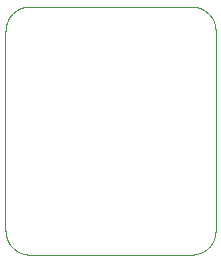
<source format=gbr>
%TF.GenerationSoftware,KiCad,Pcbnew,9.0.7*%
%TF.CreationDate,2026-01-30T21:13:48-06:00*%
%TF.ProjectId,HACK PAD!,4841434b-2050-4414-9421-2e6b69636164,rev?*%
%TF.SameCoordinates,Original*%
%TF.FileFunction,AssemblyDrawing,Bot*%
%FSLAX46Y46*%
G04 Gerber Fmt 4.6, Leading zero omitted, Abs format (unit mm)*
G04 Created by KiCad (PCBNEW 9.0.7) date 2026-01-30 21:13:48*
%MOMM*%
%LPD*%
G01*
G04 APERTURE LIST*
%ADD10C,0.025400*%
G04 APERTURE END LIST*
D10*
%TO.C,U1*%
X48250000Y-46255051D02*
X48250000Y-29319094D01*
X48260000Y-29319094D02*
X48260508Y-29270071D01*
X48260508Y-29270071D02*
X48262287Y-29220795D01*
X48260508Y-46304074D02*
X48260000Y-46255051D01*
X48262287Y-29220795D02*
X48265335Y-29172027D01*
X48262287Y-46353350D02*
X48260508Y-46304074D01*
X48265335Y-29172027D02*
X48269399Y-29123006D01*
X48265335Y-46402118D02*
X48262287Y-46353350D01*
X48269399Y-29123006D02*
X48274732Y-29074238D01*
X48269399Y-46451139D02*
X48265335Y-46402118D01*
X48274732Y-29074238D02*
X48281336Y-29025470D01*
X48274732Y-46499907D02*
X48269399Y-46451139D01*
X48281336Y-29025470D02*
X48288956Y-28976955D01*
X48281336Y-46548675D02*
X48274732Y-46499907D01*
X48288956Y-28976955D02*
X48297847Y-28928695D01*
X48288956Y-46597190D02*
X48281336Y-46548675D01*
X48297847Y-28928695D02*
X48307752Y-28880690D01*
X48297847Y-46645450D02*
X48288956Y-46597190D01*
X48307752Y-28880690D02*
X48318928Y-28832683D01*
X48307752Y-46693455D02*
X48297847Y-46645450D01*
X48318928Y-28832683D02*
X48331375Y-28785186D01*
X48318928Y-46741462D02*
X48307752Y-46693455D01*
X48331375Y-28785186D02*
X48344836Y-28737942D01*
X48331375Y-46788959D02*
X48318928Y-46741462D01*
X48344836Y-28737942D02*
X48359568Y-28691206D01*
X48344836Y-46836203D02*
X48331375Y-46788959D01*
X48359568Y-28691206D02*
X48375316Y-28644723D01*
X48359568Y-46882939D02*
X48344836Y-46836203D01*
X48375316Y-28644723D02*
X48392080Y-28598495D01*
X48375316Y-46929422D02*
X48359568Y-46882939D01*
X48392080Y-28598495D02*
X48410115Y-28552775D01*
X48392080Y-46975650D02*
X48375316Y-46929422D01*
X48410115Y-28552775D02*
X48429164Y-28507563D01*
X48410115Y-47021370D02*
X48392080Y-46975650D01*
X48429164Y-28507563D02*
X48449231Y-28462859D01*
X48429164Y-47066582D02*
X48410115Y-47021370D01*
X48449231Y-28462859D02*
X48470567Y-28418410D01*
X48449231Y-47111286D02*
X48429164Y-47066582D01*
X48470567Y-28418410D02*
X48492664Y-28374722D01*
X48470567Y-47155735D02*
X48449231Y-47111286D01*
X48492664Y-28374722D02*
X48516032Y-28331542D01*
X48492664Y-47199423D02*
X48470567Y-47155735D01*
X48516032Y-28331542D02*
X48540416Y-28288870D01*
X48516032Y-47242603D02*
X48492664Y-47199423D01*
X48540416Y-28288870D02*
X48565816Y-28246959D01*
X48540416Y-47285275D02*
X48516032Y-47242603D01*
X48565816Y-28246959D02*
X48592232Y-28205558D01*
X48565816Y-47327186D02*
X48540416Y-47285275D01*
X48592232Y-28205558D02*
X48619664Y-28164663D01*
X48592232Y-47368587D02*
X48565816Y-47327186D01*
X48619664Y-28164663D02*
X48648112Y-28124786D01*
X48619664Y-47409482D02*
X48592232Y-47368587D01*
X48648112Y-28124786D02*
X48677323Y-28085415D01*
X48648112Y-47449359D02*
X48619664Y-47409482D01*
X48677323Y-28085415D02*
X48707803Y-28046807D01*
X48677323Y-47488730D02*
X48648112Y-47449359D01*
X48707803Y-28046807D02*
X48738791Y-28008707D01*
X48707803Y-47527338D02*
X48677323Y-47488730D01*
X48738791Y-28008707D02*
X48771048Y-27971623D01*
X48738791Y-47565438D02*
X48707803Y-47527338D01*
X48771048Y-27971623D02*
X48804068Y-27935302D01*
X48771048Y-47602522D02*
X48738791Y-47565438D01*
X48804068Y-27935302D02*
X48837851Y-27899742D01*
X48804068Y-47638843D02*
X48771048Y-47602522D01*
X48837851Y-27899742D02*
X48872648Y-27864943D01*
X48837851Y-47674403D02*
X48804068Y-47638843D01*
X48872648Y-27864943D02*
X48908208Y-27831162D01*
X48872648Y-47709202D02*
X48837851Y-47674403D01*
X48908208Y-27831162D02*
X48944531Y-27798142D01*
X48908208Y-47742983D02*
X48872648Y-47709202D01*
X48944531Y-27798142D02*
X48981615Y-27765883D01*
X48944531Y-47776003D02*
X48908208Y-47742983D01*
X48981615Y-27765883D02*
X49019715Y-27734895D01*
X48981615Y-47808262D02*
X48944531Y-47776003D01*
X49019715Y-27734895D02*
X49058323Y-27704415D01*
X49019715Y-47839250D02*
X48981615Y-47808262D01*
X49058323Y-27704415D02*
X49097692Y-27675206D01*
X49058323Y-47869730D02*
X49019715Y-47839250D01*
X49097692Y-27675206D02*
X49137571Y-27646758D01*
X49097692Y-47898939D02*
X49058323Y-47869730D01*
X49137571Y-27646758D02*
X49178464Y-27619326D01*
X49137571Y-47927387D02*
X49097692Y-47898939D01*
X49178464Y-27619326D02*
X49219867Y-27592910D01*
X49178464Y-47954819D02*
X49137571Y-47927387D01*
X49219867Y-27592910D02*
X49261776Y-27567510D01*
X49219867Y-47981235D02*
X49178464Y-47954819D01*
X49261776Y-27567510D02*
X49304448Y-27543126D01*
X49261776Y-48006635D02*
X49219867Y-47981235D01*
X49304448Y-27543126D02*
X49347628Y-27519758D01*
X49304448Y-48031019D02*
X49261776Y-48006635D01*
X49347628Y-27519758D02*
X49391316Y-27497659D01*
X49347628Y-48054387D02*
X49304448Y-48031019D01*
X49391316Y-27497659D02*
X49435767Y-27476323D01*
X49391316Y-48076486D02*
X49347628Y-48054387D01*
X49435767Y-27476323D02*
X49480471Y-27456258D01*
X49435767Y-48097822D02*
X49391316Y-48076486D01*
X49480471Y-27456258D02*
X49525683Y-27437207D01*
X49480471Y-48117887D02*
X49435767Y-48097822D01*
X49525683Y-27437207D02*
X49571403Y-27419174D01*
X49525683Y-48136938D02*
X49480471Y-48117887D01*
X49571403Y-27419174D02*
X49617631Y-27402410D01*
X49571403Y-48154971D02*
X49525683Y-48136938D01*
X49617631Y-27402410D02*
X49664112Y-27386662D01*
X49617631Y-48171735D02*
X49571403Y-48154971D01*
X49664112Y-27386662D02*
X49710848Y-27371930D01*
X49664112Y-48187483D02*
X49617631Y-48171735D01*
X49710848Y-27371930D02*
X49758092Y-27358467D01*
X49710848Y-48202215D02*
X49664112Y-48187483D01*
X49758092Y-27358467D02*
X49805591Y-27346022D01*
X49758092Y-48215678D02*
X49710848Y-48202215D01*
X49805591Y-27346022D02*
X49853596Y-27334846D01*
X49805591Y-48228123D02*
X49758092Y-48215678D01*
X49853596Y-27334846D02*
X49901603Y-27324939D01*
X49853596Y-48239299D02*
X49805591Y-48228123D01*
X49901603Y-27324939D02*
X49949863Y-27316050D01*
X49901603Y-48249206D02*
X49853596Y-48239299D01*
X49949863Y-27316050D02*
X49998376Y-27308430D01*
X49949863Y-48258095D02*
X49901603Y-48249206D01*
X49998376Y-27308430D02*
X50047144Y-27301826D01*
X49998376Y-48265715D02*
X49949863Y-48258095D01*
X50047144Y-27301826D02*
X50095912Y-27296491D01*
X50047144Y-48272319D02*
X49998376Y-48265715D01*
X50095912Y-27296491D02*
X50144935Y-27292427D01*
X50095912Y-48277654D02*
X50047144Y-48272319D01*
X50144935Y-27292427D02*
X50193703Y-27289379D01*
X50144935Y-48281718D02*
X50095912Y-48277654D01*
X50193703Y-27289379D02*
X50242979Y-27287602D01*
X50193703Y-48284766D02*
X50144935Y-48281718D01*
X50242979Y-27287602D02*
X50292000Y-27287094D01*
X50242979Y-48286543D02*
X50193703Y-48284766D01*
X50292000Y-27287094D02*
X64008000Y-27287094D01*
X50292000Y-48287051D02*
X50242979Y-48286543D01*
X64008000Y-27287094D02*
X64057023Y-27287602D01*
X64008000Y-48287051D02*
X50292000Y-48287051D01*
X64057023Y-27287602D02*
X64106299Y-27289379D01*
X64057023Y-48286543D02*
X64008000Y-48287051D01*
X64106299Y-27289379D02*
X64155067Y-27292427D01*
X64106299Y-48284766D02*
X64057023Y-48286543D01*
X64155067Y-27292427D02*
X64204088Y-27296491D01*
X64155067Y-48281718D02*
X64106299Y-48284766D01*
X64204088Y-27296491D02*
X64252856Y-27301826D01*
X64204088Y-48277654D02*
X64155067Y-48281718D01*
X64252856Y-27301826D02*
X64301624Y-27308430D01*
X64252856Y-48272319D02*
X64204088Y-48277654D01*
X64301624Y-27308430D02*
X64350139Y-27316050D01*
X64301624Y-48265715D02*
X64252856Y-48272319D01*
X64350139Y-27316050D02*
X64398399Y-27324939D01*
X64350139Y-48258095D02*
X64301624Y-48265715D01*
X64398399Y-27324939D02*
X64446404Y-27334846D01*
X64398399Y-48249206D02*
X64350139Y-48258095D01*
X64446404Y-27334846D02*
X64494411Y-27346022D01*
X64446404Y-48239299D02*
X64398399Y-48249206D01*
X64494411Y-27346022D02*
X64541908Y-27358467D01*
X64494411Y-48228123D02*
X64446404Y-48239299D01*
X64541908Y-27358467D02*
X64589152Y-27371930D01*
X64541908Y-48215678D02*
X64494411Y-48228123D01*
X64589152Y-27371930D02*
X64635888Y-27386662D01*
X64589152Y-48202215D02*
X64541908Y-48215678D01*
X64635888Y-27386662D02*
X64682371Y-27402410D01*
X64635888Y-48187483D02*
X64589152Y-48202215D01*
X64682371Y-27402410D02*
X64728599Y-27419174D01*
X64682371Y-48171735D02*
X64635888Y-48187483D01*
X64728599Y-27419174D02*
X64774319Y-27437207D01*
X64728599Y-48154971D02*
X64682371Y-48171735D01*
X64774319Y-27437207D02*
X64819531Y-27456258D01*
X64774319Y-48136938D02*
X64728599Y-48154971D01*
X64819531Y-27456258D02*
X64864235Y-27476323D01*
X64819531Y-48117887D02*
X64774319Y-48136938D01*
X64864235Y-27476323D02*
X64908684Y-27497659D01*
X64864235Y-48097822D02*
X64819531Y-48117887D01*
X64908684Y-27497659D02*
X64952372Y-27519758D01*
X64908684Y-48076486D02*
X64864235Y-48097822D01*
X64952372Y-27519758D02*
X64995552Y-27543126D01*
X64952372Y-48054387D02*
X64908684Y-48076486D01*
X64995552Y-27543126D02*
X65038224Y-27567510D01*
X64995552Y-48031019D02*
X64952372Y-48054387D01*
X65038224Y-27567510D02*
X65080135Y-27592910D01*
X65038224Y-48006635D02*
X64995552Y-48031019D01*
X65080135Y-27592910D02*
X65121536Y-27619326D01*
X65080135Y-47981235D02*
X65038224Y-48006635D01*
X65121536Y-27619326D02*
X65162431Y-27646758D01*
X65121536Y-47954819D02*
X65080135Y-47981235D01*
X65162431Y-27646758D02*
X65202308Y-27675206D01*
X65162431Y-47927387D02*
X65121536Y-47954819D01*
X65202308Y-27675206D02*
X65241679Y-27704415D01*
X65202308Y-47898939D02*
X65162431Y-47927387D01*
X65241679Y-27704415D02*
X65280287Y-27734895D01*
X65241679Y-47869730D02*
X65202308Y-47898939D01*
X65280287Y-27734895D02*
X65318387Y-27765883D01*
X65280287Y-47839250D02*
X65241679Y-47869730D01*
X65318387Y-27765883D02*
X65355471Y-27798142D01*
X65318387Y-47808262D02*
X65280287Y-47839250D01*
X65355471Y-27798142D02*
X65391792Y-27831162D01*
X65355471Y-47776003D02*
X65318387Y-47808262D01*
X65391792Y-27831162D02*
X65427352Y-27864943D01*
X65391792Y-47742983D02*
X65355471Y-47776003D01*
X65427352Y-27864943D02*
X65462151Y-27899742D01*
X65427352Y-47709202D02*
X65391792Y-47742983D01*
X65462151Y-27899742D02*
X65495932Y-27935302D01*
X65462151Y-47674403D02*
X65427352Y-47709202D01*
X65495932Y-27935302D02*
X65528952Y-27971623D01*
X65495932Y-47638843D02*
X65462151Y-47674403D01*
X65528952Y-27971623D02*
X65561211Y-28008707D01*
X65528952Y-47602522D02*
X65495932Y-47638843D01*
X65561211Y-28008707D02*
X65592199Y-28046807D01*
X65561211Y-47565438D02*
X65528952Y-47602522D01*
X65592199Y-28046807D02*
X65622679Y-28085415D01*
X65592199Y-47527338D02*
X65561211Y-47565438D01*
X65622679Y-28085415D02*
X65651888Y-28124786D01*
X65622679Y-47488730D02*
X65592199Y-47527338D01*
X65651888Y-28124786D02*
X65680336Y-28164663D01*
X65651888Y-47449359D02*
X65622679Y-47488730D01*
X65680336Y-28164663D02*
X65707768Y-28205558D01*
X65680336Y-47409482D02*
X65651888Y-47449359D01*
X65707768Y-28205558D02*
X65734184Y-28246959D01*
X65707768Y-47368587D02*
X65680336Y-47409482D01*
X65734184Y-28246959D02*
X65759584Y-28288870D01*
X65734184Y-47327186D02*
X65707768Y-47368587D01*
X65759584Y-28288870D02*
X65783968Y-28331542D01*
X65759584Y-47285275D02*
X65734184Y-47327186D01*
X65783968Y-28331542D02*
X65807336Y-28374722D01*
X65783968Y-47242603D02*
X65759584Y-47285275D01*
X65807336Y-28374722D02*
X65829435Y-28418410D01*
X65807336Y-47199423D02*
X65783968Y-47242603D01*
X65829435Y-28418410D02*
X65850771Y-28462859D01*
X65829435Y-47155735D02*
X65807336Y-47199423D01*
X65850771Y-28462859D02*
X65870836Y-28507563D01*
X65850771Y-47111286D02*
X65829435Y-47155735D01*
X65870836Y-28507563D02*
X65889887Y-28552775D01*
X65870836Y-47066582D02*
X65850771Y-47111286D01*
X65889887Y-28552775D02*
X65907920Y-28598495D01*
X65889887Y-47021370D02*
X65870836Y-47066582D01*
X65907920Y-28598495D02*
X65924684Y-28644723D01*
X65907920Y-46975650D02*
X65889887Y-47021370D01*
X65924684Y-28644723D02*
X65940432Y-28691206D01*
X65924684Y-46929422D02*
X65907920Y-46975650D01*
X65940432Y-28691206D02*
X65955164Y-28737942D01*
X65940432Y-46882939D02*
X65924684Y-46929422D01*
X65955164Y-28737942D02*
X65968627Y-28785186D01*
X65955164Y-46836203D02*
X65940432Y-46882939D01*
X65968627Y-28785186D02*
X65981072Y-28832683D01*
X65968627Y-46788959D02*
X65955164Y-46836203D01*
X65981072Y-28832683D02*
X65992248Y-28880690D01*
X65981072Y-46741462D02*
X65968627Y-46788959D01*
X65992248Y-28880690D02*
X66002155Y-28928695D01*
X65992248Y-46693455D02*
X65981072Y-46741462D01*
X66002155Y-28928695D02*
X66011044Y-28976955D01*
X66002155Y-46645450D02*
X65992248Y-46693455D01*
X66011044Y-28976955D02*
X66018664Y-29025470D01*
X66011044Y-46597190D02*
X66002155Y-46645450D01*
X66018664Y-29025470D02*
X66025268Y-29074238D01*
X66018664Y-46548675D02*
X66011044Y-46597190D01*
X66025268Y-29074238D02*
X66030603Y-29123006D01*
X66025268Y-46499907D02*
X66018664Y-46548675D01*
X66030603Y-29123006D02*
X66034667Y-29172027D01*
X66030603Y-46451139D02*
X66025268Y-46499907D01*
X66034667Y-29172027D02*
X66037715Y-29220795D01*
X66034667Y-46402118D02*
X66030603Y-46451139D01*
X66037715Y-29220795D02*
X66039492Y-29270071D01*
X66037715Y-46353350D02*
X66034667Y-46402118D01*
X66039492Y-46304074D02*
X66037715Y-46353350D01*
X66040000Y-46255051D02*
X66039492Y-46304074D01*
X66050000Y-29319094D02*
X66050000Y-46255051D01*
%TD*%
M02*

</source>
